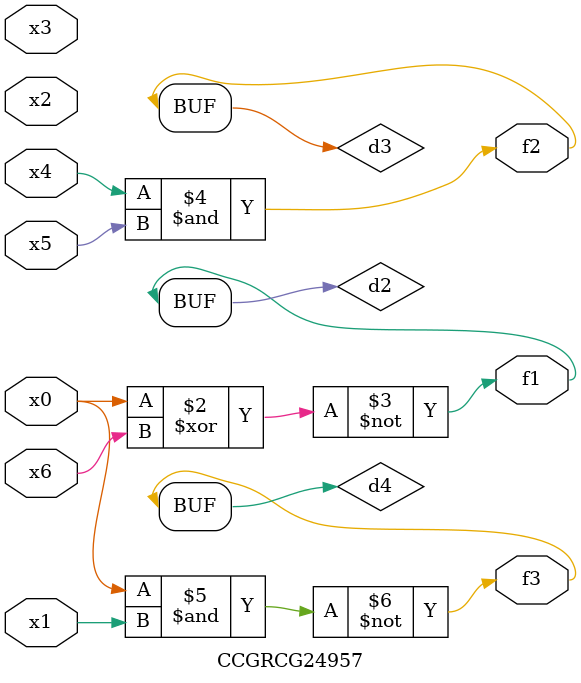
<source format=v>
module CCGRCG24957(
	input x0, x1, x2, x3, x4, x5, x6,
	output f1, f2, f3
);

	wire d1, d2, d3, d4;

	nor (d1, x0);
	xnor (d2, x0, x6);
	and (d3, x4, x5);
	nand (d4, x0, x1);
	assign f1 = d2;
	assign f2 = d3;
	assign f3 = d4;
endmodule

</source>
